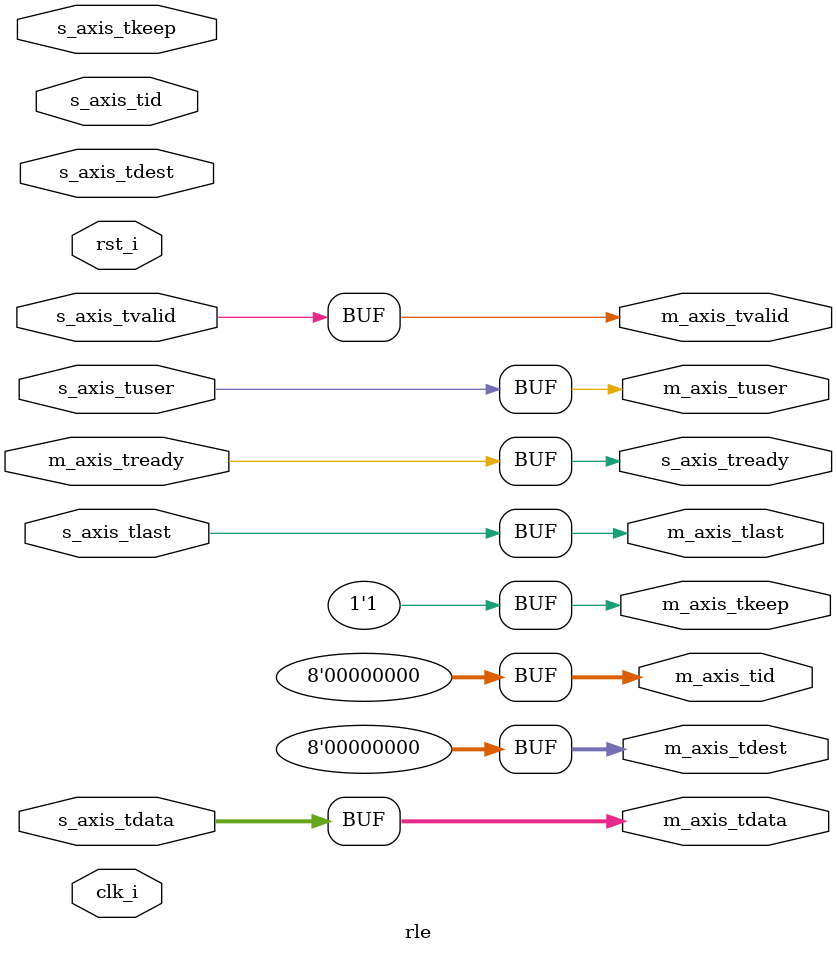
<source format=sv>
`resetall
`timescale 1ns / 1ps
`default_nettype none

/*
 * AXI4-Stream register
 */
module rle #
(
    // Width of AXI stream interfaces in bits
    parameter int unsigned AXIS_DATA_WIDTH = 8,
    // Propagate tkeep signal
    parameter int unsigned AXIS_KEEP_ENABLE = (AXIS_DATA_WIDTH>8),
    // tkeep signal width (words per cycle)
    parameter int unsigned AXIS_KEEP_WIDTH = ((AXIS_DATA_WIDTH+7)/8),
    // Propagate tlast signal
    parameter int unsigned AXIS_LAST_ENABLE = 1,
    // Propagate tid signal
    parameter int unsigned AXIS_ID_ENABLE = 0,
    // tid signal width
    parameter int unsigned AXIS_ID_WIDTH = 8,
    // Propagate tdest signal
    parameter int unsigned AXIS_DEST_ENABLE = 0,
    // tdest signal width
    parameter int unsigned AXIS_DEST_WIDTH = 8,
    // Propagate tuser signal
    parameter int unsigned AXIS_USER_ENABLE = 1,
    // tuser signal width
    parameter int unsigned AXIS_USER_WIDTH = 1
) (
    input  logic                   clk_i,
    input  logic                   rst_i,

    /*
     * AXI Stream input
     */
    input  logic [AXIS_DATA_WIDTH-1:0]  s_axis_tdata,
    input  logic [AXIS_KEEP_WIDTH-1:0]  s_axis_tkeep,
    input  logic                        s_axis_tvalid,
    output logic                        s_axis_tready,
    input  logic                        s_axis_tlast,
    input  logic [AXIS_ID_WIDTH-1:0]    s_axis_tid,
    input  logic [AXIS_DEST_WIDTH-1:0]  s_axis_tdest,
    input  logic [AXIS_USER_WIDTH-1:0]  s_axis_tuser,

    /*
     * AXI Stream output
     */
    output logic [AXIS_DATA_WIDTH-1:0]  m_axis_tdata,
    output logic [AXIS_KEEP_WIDTH-1:0]  m_axis_tkeep,
    output logic                        m_axis_tvalid,
    input  logic                        m_axis_tready,
    output logic                        m_axis_tlast,
    output logic [AXIS_ID_WIDTH-1:0]    m_axis_tid,
    output logic [AXIS_DEST_WIDTH-1:0]  m_axis_tdest,
    output logic [AXIS_USER_WIDTH-1:0]  m_axis_tuser
);

    assign m_axis_tdata  = s_axis_tdata;
    assign m_axis_tkeep  = AXIS_KEEP_ENABLE ? s_axis_tkeep : {AXIS_KEEP_WIDTH{1'b1}};
    assign m_axis_tvalid = s_axis_tvalid;
    assign m_axis_tlast  = AXIS_LAST_ENABLE ? s_axis_tlast : 1'b1;
    assign m_axis_tid    = AXIS_ID_ENABLE   ? s_axis_tid   : {AXIS_ID_WIDTH{1'b0}};
    assign m_axis_tdest  = AXIS_DEST_ENABLE ? s_axis_tdest : {AXIS_DEST_WIDTH{1'b0}};
    assign m_axis_tuser  = AXIS_USER_ENABLE ? s_axis_tuser : {AXIS_USER_WIDTH{1'b0}};

    assign s_axis_tready = m_axis_tready;

    initial begin
        $dumpfile("dump.vcd");
        $dumpvars();
    end

endmodule
</source>
